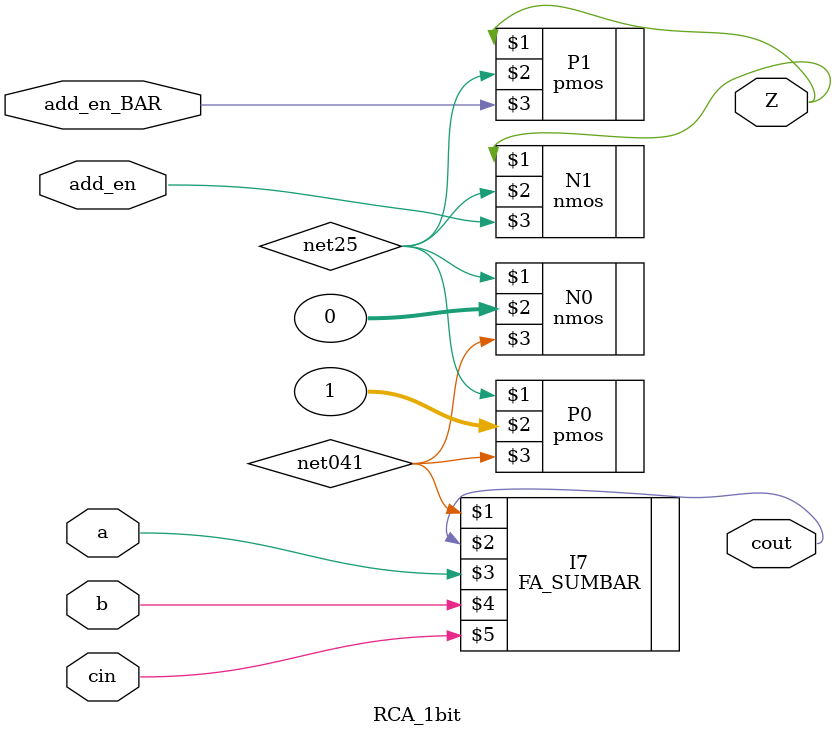
<source format=v>
`timescale 1ns / 1ns 

module RCA_1bit ( Z, cout, a, add_en, add_en_BAR, b, cin );

output  Z, cout;

input  a, add_en, add_en_BAR, b, cin;


specify 
    specparam CDS_LIBNAME  = "ece555_projectlib";
    specparam CDS_CELLNAME = "RCA_1bit";
    specparam CDS_VIEWNAME = "schematic";
endspecify

FA_SUMBAR I7 ( net041, cout, a, b, cin);
pmos P1 ( Z, net25, add_en_BAR);
pmos P0 ( net25, 1, net041);
nmos N1 ( Z, net25, add_en);
nmos N0 ( net25, 0, net041);

endmodule

</source>
